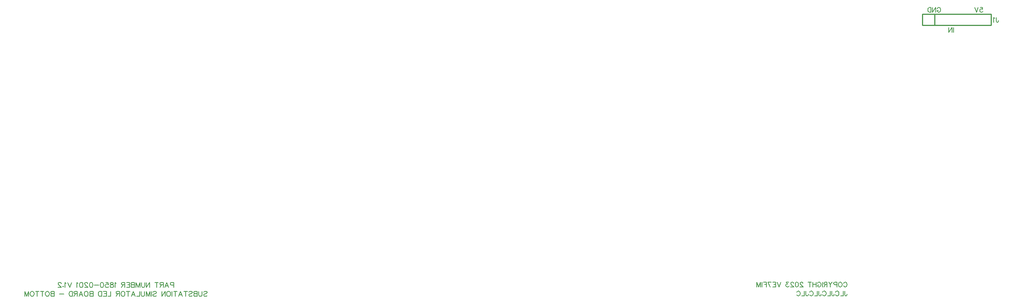
<source format=gbo>
G04 Layer: BottomSilkscreenLayer*
G04 EasyEDA v6.5.34, 2023-08-29 12:17:18*
G04 ba4a484b4813477397863864965903c7,5a6b42c53f6a479593ecc07194224c93,10*
G04 Gerber Generator version 0.2*
G04 Scale: 100 percent, Rotated: No, Reflected: No *
G04 Dimensions in millimeters *
G04 leading zeros omitted , absolute positions ,4 integer and 5 decimal *
%FSLAX45Y45*%
%MOMM*%

%ADD10C,0.2032*%
%ADD11C,0.1520*%
%ADD12C,0.1524*%
%ADD13C,0.2540*%

%LPD*%
D10*
X24574500Y463989D02*
G01*
X24574500Y349445D01*
X24574500Y463989D02*
G01*
X24525409Y463989D01*
X24509046Y458536D01*
X24503590Y453082D01*
X24498137Y442173D01*
X24498137Y425808D01*
X24503590Y414898D01*
X24509046Y409445D01*
X24525409Y403989D01*
X24574500Y403989D01*
X24418500Y463989D02*
G01*
X24462135Y349445D01*
X24418500Y463989D02*
G01*
X24374863Y349445D01*
X24445772Y387626D02*
G01*
X24391228Y387626D01*
X24338864Y463989D02*
G01*
X24338864Y349445D01*
X24338864Y463989D02*
G01*
X24289773Y463989D01*
X24273410Y458536D01*
X24267955Y453082D01*
X24262501Y442173D01*
X24262501Y431264D01*
X24267955Y420354D01*
X24273410Y414898D01*
X24289773Y409445D01*
X24338864Y409445D01*
X24300682Y409445D02*
G01*
X24262501Y349445D01*
X24188318Y463989D02*
G01*
X24188318Y349445D01*
X24226499Y463989D02*
G01*
X24150137Y463989D01*
X24030137Y463989D02*
G01*
X24030137Y349445D01*
X24030137Y463989D02*
G01*
X23953774Y349445D01*
X23953774Y463989D02*
G01*
X23953774Y349445D01*
X23917772Y463989D02*
G01*
X23917772Y382173D01*
X23912319Y365808D01*
X23901410Y354898D01*
X23885047Y349445D01*
X23874138Y349445D01*
X23857772Y354898D01*
X23846866Y365808D01*
X23841410Y382173D01*
X23841410Y463989D01*
X23805410Y463989D02*
G01*
X23805410Y349445D01*
X23805410Y463989D02*
G01*
X23761773Y349445D01*
X23718138Y463989D02*
G01*
X23761773Y349445D01*
X23718138Y463989D02*
G01*
X23718138Y349445D01*
X23682137Y463989D02*
G01*
X23682137Y349445D01*
X23682137Y463989D02*
G01*
X23633046Y463989D01*
X23616683Y458536D01*
X23611230Y453082D01*
X23605774Y442173D01*
X23605774Y431264D01*
X23611230Y420354D01*
X23616683Y414898D01*
X23633046Y409445D01*
X23682137Y409445D02*
G01*
X23633046Y409445D01*
X23616683Y403989D01*
X23611230Y398536D01*
X23605774Y387626D01*
X23605774Y371264D01*
X23611230Y360354D01*
X23616683Y354898D01*
X23633046Y349445D01*
X23682137Y349445D01*
X23569775Y463989D02*
G01*
X23569775Y349445D01*
X23569775Y463989D02*
G01*
X23498865Y463989D01*
X23569775Y409445D02*
G01*
X23526137Y409445D01*
X23569775Y349445D02*
G01*
X23498865Y349445D01*
X23462866Y463989D02*
G01*
X23462866Y349445D01*
X23462866Y463989D02*
G01*
X23413775Y463989D01*
X23397410Y458536D01*
X23391957Y453082D01*
X23386501Y442173D01*
X23386501Y431264D01*
X23391957Y420354D01*
X23397410Y414898D01*
X23413775Y409445D01*
X23462866Y409445D01*
X23424685Y409445D02*
G01*
X23386501Y349445D01*
X23266501Y442173D02*
G01*
X23255592Y447626D01*
X23239229Y463989D01*
X23239229Y349445D01*
X23175958Y463989D02*
G01*
X23192320Y458536D01*
X23197774Y447626D01*
X23197774Y436717D01*
X23192320Y425808D01*
X23181411Y420354D01*
X23159593Y414898D01*
X23143230Y409445D01*
X23132321Y398536D01*
X23126867Y387626D01*
X23126867Y371264D01*
X23132321Y360354D01*
X23137774Y354898D01*
X23154139Y349445D01*
X23175958Y349445D01*
X23192320Y354898D01*
X23197774Y360354D01*
X23203230Y371264D01*
X23203230Y387626D01*
X23197774Y398536D01*
X23186867Y409445D01*
X23170502Y414898D01*
X23148683Y420354D01*
X23137774Y425808D01*
X23132321Y436717D01*
X23132321Y447626D01*
X23137774Y458536D01*
X23154139Y463989D01*
X23175958Y463989D01*
X23025412Y463989D02*
G01*
X23079956Y463989D01*
X23085412Y414898D01*
X23079956Y420354D01*
X23063593Y425808D01*
X23047231Y425808D01*
X23030865Y420354D01*
X23019956Y409445D01*
X23014503Y393082D01*
X23014503Y382173D01*
X23019956Y365808D01*
X23030865Y354898D01*
X23047231Y349445D01*
X23063593Y349445D01*
X23079956Y354898D01*
X23085412Y360354D01*
X23090865Y371264D01*
X22945775Y463989D02*
G01*
X22962138Y458536D01*
X22973047Y442173D01*
X22978503Y414898D01*
X22978503Y398536D01*
X22973047Y371264D01*
X22962138Y354898D01*
X22945775Y349445D01*
X22934866Y349445D01*
X22918503Y354898D01*
X22907594Y371264D01*
X22902138Y398536D01*
X22902138Y414898D01*
X22907594Y442173D01*
X22918503Y458536D01*
X22934866Y463989D01*
X22945775Y463989D01*
X22866139Y398536D02*
G01*
X22767958Y398536D01*
X22699230Y463989D02*
G01*
X22715593Y458536D01*
X22726502Y442173D01*
X22731958Y414898D01*
X22731958Y398536D01*
X22726502Y371264D01*
X22715593Y354898D01*
X22699230Y349445D01*
X22688321Y349445D01*
X22671958Y354898D01*
X22661049Y371264D01*
X22655593Y398536D01*
X22655593Y414898D01*
X22661049Y442173D01*
X22671958Y458536D01*
X22688321Y463989D01*
X22699230Y463989D01*
X22614140Y436717D02*
G01*
X22614140Y442173D01*
X22608684Y453082D01*
X22603231Y458536D01*
X22592322Y463989D01*
X22570503Y463989D01*
X22559594Y458536D01*
X22554140Y453082D01*
X22548684Y442173D01*
X22548684Y431264D01*
X22554140Y420354D01*
X22565050Y403989D01*
X22619594Y349445D01*
X22543231Y349445D01*
X22474504Y463989D02*
G01*
X22490866Y458536D01*
X22501776Y442173D01*
X22507232Y414898D01*
X22507232Y398536D01*
X22501776Y371264D01*
X22490866Y354898D01*
X22474504Y349445D01*
X22463594Y349445D01*
X22447232Y354898D01*
X22436322Y371264D01*
X22430866Y398536D01*
X22430866Y414898D01*
X22436322Y442173D01*
X22447232Y458536D01*
X22463594Y463989D01*
X22474504Y463989D01*
X22394867Y442173D02*
G01*
X22383958Y447626D01*
X22367595Y463989D01*
X22367595Y349445D01*
X22247595Y463989D02*
G01*
X22203958Y349445D01*
X22160323Y463989D02*
G01*
X22203958Y349445D01*
X22124322Y442173D02*
G01*
X22113415Y447626D01*
X22097050Y463989D01*
X22097050Y349445D01*
X22055594Y376717D02*
G01*
X22061050Y371264D01*
X22055594Y365808D01*
X22050141Y371264D01*
X22055594Y376717D01*
X22008685Y436717D02*
G01*
X22008685Y442173D01*
X22003232Y453082D01*
X21997776Y458536D01*
X21986869Y463989D01*
X21965051Y463989D01*
X21954142Y458536D01*
X21948686Y453082D01*
X21943232Y442173D01*
X21943232Y431264D01*
X21948686Y420354D01*
X21959595Y403989D01*
X22014141Y349445D01*
X21937776Y349445D01*
X25260137Y244426D02*
G01*
X25271046Y255336D01*
X25287409Y260789D01*
X25309228Y260789D01*
X25325590Y255336D01*
X25336500Y244426D01*
X25336500Y233517D01*
X25331046Y222608D01*
X25325590Y217154D01*
X25314681Y211698D01*
X25281953Y200789D01*
X25271046Y195336D01*
X25265590Y189882D01*
X25260137Y178973D01*
X25260137Y162608D01*
X25271046Y151698D01*
X25287409Y146245D01*
X25309228Y146245D01*
X25325590Y151698D01*
X25336500Y162608D01*
X25224135Y260789D02*
G01*
X25224135Y178973D01*
X25218682Y162608D01*
X25207772Y151698D01*
X25191410Y146245D01*
X25180500Y146245D01*
X25164135Y151698D01*
X25153228Y162608D01*
X25147772Y178973D01*
X25147772Y260789D01*
X25111773Y260789D02*
G01*
X25111773Y146245D01*
X25111773Y260789D02*
G01*
X25062682Y260789D01*
X25046317Y255336D01*
X25040864Y249882D01*
X25035410Y238973D01*
X25035410Y228064D01*
X25040864Y217154D01*
X25046317Y211698D01*
X25062682Y206245D01*
X25111773Y206245D02*
G01*
X25062682Y206245D01*
X25046317Y200789D01*
X25040864Y195336D01*
X25035410Y184426D01*
X25035410Y168064D01*
X25040864Y157154D01*
X25046317Y151698D01*
X25062682Y146245D01*
X25111773Y146245D01*
X24923046Y244426D02*
G01*
X24933955Y255336D01*
X24950318Y260789D01*
X24972136Y260789D01*
X24988499Y255336D01*
X24999408Y244426D01*
X24999408Y233517D01*
X24993955Y222608D01*
X24988499Y217154D01*
X24977590Y211698D01*
X24944865Y200789D01*
X24933955Y195336D01*
X24928499Y189882D01*
X24923046Y178973D01*
X24923046Y162608D01*
X24933955Y151698D01*
X24950318Y146245D01*
X24972136Y146245D01*
X24988499Y151698D01*
X24999408Y162608D01*
X24848865Y260789D02*
G01*
X24848865Y146245D01*
X24887047Y260789D02*
G01*
X24810681Y260789D01*
X24731047Y260789D02*
G01*
X24774682Y146245D01*
X24731047Y260789D02*
G01*
X24687410Y146245D01*
X24758319Y184426D02*
G01*
X24703773Y184426D01*
X24613229Y260789D02*
G01*
X24613229Y146245D01*
X24651411Y260789D02*
G01*
X24575046Y260789D01*
X24539046Y260789D02*
G01*
X24539046Y146245D01*
X24470319Y260789D02*
G01*
X24481228Y255336D01*
X24492137Y244426D01*
X24497591Y233517D01*
X24503047Y217154D01*
X24503047Y189882D01*
X24497591Y173517D01*
X24492137Y162608D01*
X24481228Y151698D01*
X24470319Y146245D01*
X24448500Y146245D01*
X24437591Y151698D01*
X24426684Y162608D01*
X24421228Y173517D01*
X24415775Y189882D01*
X24415775Y217154D01*
X24421228Y233517D01*
X24426684Y244426D01*
X24437591Y255336D01*
X24448500Y260789D01*
X24470319Y260789D01*
X24379773Y260789D02*
G01*
X24379773Y146245D01*
X24379773Y260789D02*
G01*
X24303410Y146245D01*
X24303410Y260789D02*
G01*
X24303410Y146245D01*
X24107048Y244426D02*
G01*
X24117957Y255336D01*
X24134320Y260789D01*
X24156139Y260789D01*
X24172501Y255336D01*
X24183411Y244426D01*
X24183411Y233517D01*
X24177957Y222608D01*
X24172501Y217154D01*
X24161592Y211698D01*
X24128867Y200789D01*
X24117957Y195336D01*
X24112501Y189882D01*
X24107048Y178973D01*
X24107048Y162608D01*
X24117957Y151698D01*
X24134320Y146245D01*
X24156139Y146245D01*
X24172501Y151698D01*
X24183411Y162608D01*
X24071049Y260789D02*
G01*
X24071049Y146245D01*
X24035047Y260789D02*
G01*
X24035047Y146245D01*
X24035047Y260789D02*
G01*
X23991412Y146245D01*
X23947775Y260789D02*
G01*
X23991412Y146245D01*
X23947775Y260789D02*
G01*
X23947775Y146245D01*
X23911775Y260789D02*
G01*
X23911775Y178973D01*
X23906319Y162608D01*
X23895413Y151698D01*
X23879048Y146245D01*
X23868138Y146245D01*
X23851776Y151698D01*
X23840866Y162608D01*
X23835413Y178973D01*
X23835413Y260789D01*
X23799411Y260789D02*
G01*
X23799411Y146245D01*
X23799411Y146245D02*
G01*
X23733958Y146245D01*
X23654321Y260789D02*
G01*
X23697958Y146245D01*
X23654321Y260789D02*
G01*
X23610684Y146245D01*
X23681593Y184426D02*
G01*
X23627049Y184426D01*
X23536503Y260789D02*
G01*
X23536503Y146245D01*
X23574684Y260789D02*
G01*
X23498322Y260789D01*
X23429595Y260789D02*
G01*
X23440504Y255336D01*
X23451413Y244426D01*
X23456866Y233517D01*
X23462322Y217154D01*
X23462322Y189882D01*
X23456866Y173517D01*
X23451413Y162608D01*
X23440504Y151698D01*
X23429595Y146245D01*
X23407776Y146245D01*
X23396867Y151698D01*
X23385957Y162608D01*
X23380504Y173517D01*
X23375048Y189882D01*
X23375048Y217154D01*
X23380504Y233517D01*
X23385957Y244426D01*
X23396867Y255336D01*
X23407776Y260789D01*
X23429595Y260789D01*
X23339049Y260789D02*
G01*
X23339049Y146245D01*
X23339049Y260789D02*
G01*
X23289958Y260789D01*
X23273595Y255336D01*
X23268139Y249882D01*
X23262686Y238973D01*
X23262686Y228064D01*
X23268139Y217154D01*
X23273595Y211698D01*
X23289958Y206245D01*
X23339049Y206245D01*
X23300867Y206245D02*
G01*
X23262686Y146245D01*
X23142686Y260789D02*
G01*
X23142686Y146245D01*
X23142686Y146245D02*
G01*
X23077230Y146245D01*
X23041231Y260789D02*
G01*
X23041231Y146245D01*
X23041231Y260789D02*
G01*
X22970322Y260789D01*
X23041231Y206245D02*
G01*
X22997594Y206245D01*
X23041231Y146245D02*
G01*
X22970322Y146245D01*
X22934322Y260789D02*
G01*
X22934322Y146245D01*
X22934322Y260789D02*
G01*
X22896141Y260789D01*
X22879776Y255336D01*
X22868869Y244426D01*
X22863413Y233517D01*
X22857960Y217154D01*
X22857960Y189882D01*
X22863413Y173517D01*
X22868869Y162608D01*
X22879776Y151698D01*
X22896141Y146245D01*
X22934322Y146245D01*
X22737960Y260789D02*
G01*
X22737960Y146245D01*
X22737960Y260789D02*
G01*
X22688870Y260789D01*
X22672504Y255336D01*
X22667051Y249882D01*
X22661595Y238973D01*
X22661595Y228064D01*
X22667051Y217154D01*
X22672504Y211698D01*
X22688870Y206245D01*
X22737960Y206245D02*
G01*
X22688870Y206245D01*
X22672504Y200789D01*
X22667051Y195336D01*
X22661595Y184426D01*
X22661595Y168064D01*
X22667051Y157154D01*
X22672504Y151698D01*
X22688870Y146245D01*
X22737960Y146245D01*
X22592868Y260789D02*
G01*
X22603777Y255336D01*
X22614686Y244426D01*
X22620142Y233517D01*
X22625596Y217154D01*
X22625596Y189882D01*
X22620142Y173517D01*
X22614686Y162608D01*
X22603777Y151698D01*
X22592868Y146245D01*
X22571052Y146245D01*
X22560142Y151698D01*
X22549233Y162608D01*
X22543777Y173517D01*
X22538324Y189882D01*
X22538324Y217154D01*
X22543777Y233517D01*
X22549233Y244426D01*
X22560142Y255336D01*
X22571052Y260789D01*
X22592868Y260789D01*
X22458687Y260789D02*
G01*
X22502324Y146245D01*
X22458687Y260789D02*
G01*
X22415050Y146245D01*
X22485959Y184426D02*
G01*
X22431415Y184426D01*
X22379050Y260789D02*
G01*
X22379050Y146245D01*
X22379050Y260789D02*
G01*
X22329960Y260789D01*
X22313597Y255336D01*
X22308141Y249882D01*
X22302688Y238973D01*
X22302688Y228064D01*
X22308141Y217154D01*
X22313597Y211698D01*
X22329960Y206245D01*
X22379050Y206245D01*
X22340869Y206245D02*
G01*
X22302688Y146245D01*
X22266689Y260789D02*
G01*
X22266689Y146245D01*
X22266689Y260789D02*
G01*
X22228505Y260789D01*
X22212142Y255336D01*
X22201233Y244426D01*
X22195779Y233517D01*
X22190323Y217154D01*
X22190323Y189882D01*
X22195779Y173517D01*
X22201233Y162608D01*
X22212142Y151698D01*
X22228505Y146245D01*
X22266689Y146245D01*
X22070324Y195336D02*
G01*
X21972143Y195336D01*
X21852143Y260789D02*
G01*
X21852143Y146245D01*
X21852143Y260789D02*
G01*
X21803052Y260789D01*
X21786689Y255336D01*
X21781234Y249882D01*
X21775780Y238973D01*
X21775780Y228064D01*
X21781234Y217154D01*
X21786689Y211698D01*
X21803052Y206245D01*
X21852143Y206245D02*
G01*
X21803052Y206245D01*
X21786689Y200789D01*
X21781234Y195336D01*
X21775780Y184426D01*
X21775780Y168064D01*
X21781234Y157154D01*
X21786689Y151698D01*
X21803052Y146245D01*
X21852143Y146245D01*
X21707053Y260789D02*
G01*
X21717962Y255336D01*
X21728871Y244426D01*
X21734325Y233517D01*
X21739778Y217154D01*
X21739778Y189882D01*
X21734325Y173517D01*
X21728871Y162608D01*
X21717962Y151698D01*
X21707053Y146245D01*
X21685234Y146245D01*
X21674325Y151698D01*
X21663416Y162608D01*
X21657962Y173517D01*
X21652506Y189882D01*
X21652506Y217154D01*
X21657962Y233517D01*
X21663416Y244426D01*
X21674325Y255336D01*
X21685234Y260789D01*
X21707053Y260789D01*
X21578326Y260789D02*
G01*
X21578326Y146245D01*
X21616507Y260789D02*
G01*
X21540144Y260789D01*
X21465961Y260789D02*
G01*
X21465961Y146245D01*
X21504142Y260789D02*
G01*
X21427780Y260789D01*
X21359053Y260789D02*
G01*
X21369962Y255336D01*
X21380871Y244426D01*
X21386325Y233517D01*
X21391780Y217154D01*
X21391780Y189882D01*
X21386325Y173517D01*
X21380871Y162608D01*
X21369962Y151698D01*
X21359053Y146245D01*
X21337234Y146245D01*
X21326325Y151698D01*
X21315418Y162608D01*
X21309962Y173517D01*
X21304509Y189882D01*
X21304509Y217154D01*
X21309962Y233517D01*
X21315418Y244426D01*
X21326325Y255336D01*
X21337234Y260789D01*
X21359053Y260789D01*
X21268507Y260789D02*
G01*
X21268507Y146245D01*
X21268507Y260789D02*
G01*
X21224872Y146245D01*
X21181235Y260789D02*
G01*
X21224872Y146245D01*
X21181235Y260789D02*
G01*
X21181235Y146245D01*
D11*
X39876846Y267751D02*
G01*
X39876846Y184624D01*
X39882043Y169037D01*
X39887237Y163842D01*
X39897629Y158648D01*
X39908020Y158648D01*
X39918411Y163842D01*
X39923608Y169037D01*
X39928802Y184624D01*
X39928802Y195016D01*
X39842556Y267751D02*
G01*
X39842556Y158648D01*
X39842556Y158648D02*
G01*
X39780212Y158648D01*
X39667990Y241774D02*
G01*
X39673187Y252166D01*
X39683578Y262557D01*
X39693966Y267751D01*
X39714749Y267751D01*
X39725140Y262557D01*
X39735531Y252166D01*
X39740728Y241774D01*
X39745922Y226187D01*
X39745922Y200210D01*
X39740728Y184624D01*
X39735531Y174233D01*
X39725140Y163842D01*
X39714749Y158648D01*
X39693966Y158648D01*
X39683578Y163842D01*
X39673187Y174233D01*
X39667990Y184624D01*
X39581747Y267751D02*
G01*
X39581747Y184624D01*
X39586941Y169037D01*
X39592138Y163842D01*
X39602526Y158648D01*
X39612917Y158648D01*
X39623309Y163842D01*
X39628505Y169037D01*
X39633700Y184624D01*
X39633700Y195016D01*
X39547457Y267751D02*
G01*
X39547457Y158648D01*
X39547457Y158648D02*
G01*
X39485110Y158648D01*
X39372887Y241774D02*
G01*
X39378084Y252166D01*
X39388475Y262557D01*
X39398867Y267751D01*
X39419646Y267751D01*
X39430037Y262557D01*
X39440429Y252166D01*
X39445625Y241774D01*
X39450820Y226187D01*
X39450820Y200210D01*
X39445625Y184624D01*
X39440429Y174233D01*
X39430037Y163842D01*
X39419646Y158648D01*
X39398867Y158648D01*
X39388475Y163842D01*
X39378084Y174233D01*
X39372887Y184624D01*
X39286644Y267751D02*
G01*
X39286644Y184624D01*
X39291839Y169037D01*
X39297035Y163842D01*
X39307427Y158648D01*
X39317818Y158648D01*
X39328206Y163842D01*
X39333403Y169037D01*
X39338597Y184624D01*
X39338597Y195016D01*
X39252354Y267751D02*
G01*
X39252354Y158648D01*
X39252354Y158648D02*
G01*
X39190007Y158648D01*
X39077788Y241774D02*
G01*
X39082982Y252166D01*
X39093373Y262557D01*
X39103764Y267751D01*
X39124547Y267751D01*
X39134938Y262557D01*
X39145326Y252166D01*
X39150523Y241774D01*
X39155717Y226187D01*
X39155717Y200210D01*
X39150523Y184624D01*
X39145326Y174233D01*
X39134938Y163842D01*
X39124547Y158648D01*
X39103764Y158648D01*
X39093373Y163842D01*
X39082982Y174233D01*
X39077788Y184624D01*
X38991542Y267751D02*
G01*
X38991542Y184624D01*
X38996736Y169037D01*
X39001933Y163842D01*
X39012324Y158648D01*
X39022715Y158648D01*
X39033107Y163842D01*
X39038301Y169037D01*
X39043498Y184624D01*
X39043498Y195016D01*
X38957252Y267751D02*
G01*
X38957252Y158648D01*
X38957252Y158648D02*
G01*
X38894908Y158648D01*
X38782685Y241774D02*
G01*
X38787880Y252166D01*
X38798271Y262557D01*
X38808662Y267751D01*
X38829444Y267751D01*
X38839835Y262557D01*
X38850227Y252166D01*
X38855421Y241774D01*
X38860618Y226187D01*
X38860618Y200210D01*
X38855421Y184624D01*
X38850227Y174233D01*
X38839835Y163842D01*
X38829444Y158648D01*
X38808662Y158648D01*
X38798271Y163842D01*
X38787880Y174233D01*
X38782685Y184624D01*
D12*
X39850867Y444962D02*
G01*
X39856064Y455353D01*
X39866455Y465744D01*
X39876844Y470938D01*
X39897626Y470938D01*
X39908017Y465744D01*
X39918408Y455353D01*
X39923605Y444962D01*
X39928800Y429374D01*
X39928800Y403397D01*
X39923605Y387812D01*
X39918408Y377421D01*
X39908017Y367029D01*
X39897626Y361835D01*
X39876844Y361835D01*
X39866455Y367029D01*
X39856064Y377421D01*
X39850867Y387812D01*
X39785404Y470938D02*
G01*
X39795795Y465744D01*
X39806186Y455353D01*
X39811383Y444962D01*
X39816577Y429374D01*
X39816577Y403397D01*
X39811383Y387812D01*
X39806186Y377421D01*
X39795795Y367029D01*
X39785404Y361835D01*
X39764624Y361835D01*
X39754233Y367029D01*
X39743842Y377421D01*
X39738645Y387812D01*
X39733451Y403397D01*
X39733451Y429374D01*
X39738645Y444962D01*
X39743842Y455353D01*
X39754233Y465744D01*
X39764624Y470938D01*
X39785404Y470938D01*
X39699161Y470938D02*
G01*
X39699161Y361835D01*
X39699161Y470938D02*
G01*
X39652402Y470938D01*
X39636814Y465744D01*
X39631620Y460547D01*
X39626425Y450156D01*
X39626425Y434571D01*
X39631620Y424179D01*
X39636814Y418985D01*
X39652402Y413788D01*
X39699161Y413788D01*
X39592135Y470938D02*
G01*
X39550571Y418985D01*
X39550571Y361835D01*
X39509006Y470938D02*
G01*
X39550571Y418985D01*
X39474716Y470938D02*
G01*
X39474716Y361835D01*
X39474716Y470938D02*
G01*
X39427957Y470938D01*
X39412372Y465744D01*
X39407175Y460547D01*
X39401981Y450156D01*
X39401981Y439765D01*
X39407175Y429374D01*
X39412372Y424179D01*
X39427957Y418985D01*
X39474716Y418985D01*
X39438348Y418985D02*
G01*
X39401981Y361835D01*
X39367691Y470938D02*
G01*
X39367691Y361835D01*
X39255468Y444962D02*
G01*
X39260665Y455353D01*
X39271054Y465744D01*
X39281445Y470938D01*
X39302227Y470938D01*
X39312618Y465744D01*
X39323009Y455353D01*
X39328204Y444962D01*
X39333401Y429374D01*
X39333401Y403397D01*
X39328204Y387812D01*
X39323009Y377421D01*
X39312618Y367029D01*
X39302227Y361835D01*
X39281445Y361835D01*
X39271054Y367029D01*
X39260665Y377421D01*
X39255468Y387812D01*
X39255468Y403397D01*
X39281445Y403397D02*
G01*
X39255468Y403397D01*
X39221178Y470938D02*
G01*
X39221178Y361835D01*
X39148443Y470938D02*
G01*
X39148443Y361835D01*
X39221178Y418985D02*
G01*
X39148443Y418985D01*
X39077785Y470938D02*
G01*
X39077785Y361835D01*
X39114153Y470938D02*
G01*
X39041415Y470938D01*
X38921921Y444962D02*
G01*
X38921921Y450156D01*
X38916724Y460547D01*
X38911529Y465744D01*
X38901138Y470938D01*
X38880356Y470938D01*
X38869965Y465744D01*
X38864771Y460547D01*
X38859574Y450156D01*
X38859574Y439765D01*
X38864771Y429374D01*
X38875162Y413788D01*
X38927115Y361835D01*
X38854379Y361835D01*
X38788916Y470938D02*
G01*
X38804504Y465744D01*
X38814895Y450156D01*
X38820090Y424179D01*
X38820090Y408594D01*
X38814895Y382615D01*
X38804504Y367029D01*
X38788916Y361835D01*
X38778525Y361835D01*
X38762940Y367029D01*
X38752548Y382615D01*
X38747354Y408594D01*
X38747354Y424179D01*
X38752548Y450156D01*
X38762940Y465744D01*
X38778525Y470938D01*
X38788916Y470938D01*
X38707867Y444962D02*
G01*
X38707867Y450156D01*
X38702673Y460547D01*
X38697476Y465744D01*
X38687085Y470938D01*
X38666305Y470938D01*
X38655914Y465744D01*
X38650717Y460547D01*
X38645523Y450156D01*
X38645523Y439765D01*
X38650717Y429374D01*
X38661108Y413788D01*
X38713064Y361835D01*
X38640326Y361835D01*
X38595645Y470938D02*
G01*
X38538495Y470938D01*
X38569668Y429374D01*
X38554083Y429374D01*
X38543692Y424179D01*
X38538495Y418985D01*
X38533301Y403397D01*
X38533301Y393006D01*
X38538495Y377421D01*
X38548886Y367029D01*
X38564474Y361835D01*
X38580059Y361835D01*
X38595645Y367029D01*
X38600842Y372224D01*
X38606036Y382615D01*
X38419001Y470938D02*
G01*
X38377436Y361835D01*
X38335874Y470938D02*
G01*
X38377436Y361835D01*
X38301584Y470938D02*
G01*
X38301584Y361835D01*
X38301584Y470938D02*
G01*
X38234043Y470938D01*
X38301584Y418985D02*
G01*
X38260020Y418985D01*
X38301584Y361835D02*
G01*
X38234043Y361835D01*
X38127015Y470938D02*
G01*
X38178971Y361835D01*
X38199753Y470938D02*
G01*
X38127015Y470938D01*
X38092725Y470938D02*
G01*
X38092725Y361835D01*
X38092725Y470938D02*
G01*
X38025184Y470938D01*
X38092725Y418985D02*
G01*
X38051163Y418985D01*
X37990894Y470938D02*
G01*
X37990894Y361835D01*
X37956604Y470938D02*
G01*
X37956604Y361835D01*
X37956604Y470938D02*
G01*
X37915042Y361835D01*
X37873477Y470938D02*
G01*
X37915042Y361835D01*
X37873477Y470938D02*
G01*
X37873477Y361835D01*
X41984467Y6718762D02*
G01*
X41989664Y6729153D01*
X42000055Y6739544D01*
X42010444Y6744738D01*
X42031226Y6744738D01*
X42041617Y6739544D01*
X42052008Y6729153D01*
X42057205Y6718762D01*
X42062400Y6703174D01*
X42062400Y6677197D01*
X42057205Y6661612D01*
X42052008Y6651221D01*
X42041617Y6640829D01*
X42031226Y6635635D01*
X42010444Y6635635D01*
X42000055Y6640829D01*
X41989664Y6651221D01*
X41984467Y6661612D01*
X41984467Y6677197D01*
X42010444Y6677197D02*
G01*
X41984467Y6677197D01*
X41950177Y6744738D02*
G01*
X41950177Y6635635D01*
X41950177Y6744738D02*
G01*
X41877442Y6635635D01*
X41877442Y6744738D02*
G01*
X41877442Y6635635D01*
X41843152Y6744738D02*
G01*
X41843152Y6635635D01*
X41843152Y6744738D02*
G01*
X41806784Y6744738D01*
X41791196Y6739544D01*
X41780805Y6729153D01*
X41775611Y6718762D01*
X41770414Y6703174D01*
X41770414Y6677197D01*
X41775611Y6661612D01*
X41780805Y6651221D01*
X41791196Y6640829D01*
X41806784Y6635635D01*
X41843152Y6635635D01*
X42354500Y6287538D02*
G01*
X42354500Y6178435D01*
X42320209Y6287538D02*
G01*
X42320209Y6178435D01*
X42320209Y6287538D02*
G01*
X42247474Y6178435D01*
X42247474Y6287538D02*
G01*
X42247474Y6178435D01*
X42965255Y6744738D02*
G01*
X43017208Y6744738D01*
X43022405Y6697979D01*
X43017208Y6703174D01*
X43001623Y6708371D01*
X42986035Y6708371D01*
X42970450Y6703174D01*
X42960058Y6692785D01*
X42954864Y6677197D01*
X42954864Y6666806D01*
X42960058Y6651221D01*
X42970450Y6640829D01*
X42986035Y6635635D01*
X43001623Y6635635D01*
X43017208Y6640829D01*
X43022405Y6646024D01*
X43027600Y6656415D01*
X42920574Y6744738D02*
G01*
X42879009Y6635635D01*
X42837445Y6744738D02*
G01*
X42879009Y6635635D01*
X43331259Y6516126D02*
G01*
X43331259Y6432999D01*
X43336456Y6417411D01*
X43341650Y6412217D01*
X43352041Y6407022D01*
X43362432Y6407022D01*
X43372824Y6412217D01*
X43378020Y6417411D01*
X43383215Y6432999D01*
X43383215Y6443390D01*
X43296969Y6495343D02*
G01*
X43286580Y6500540D01*
X43270992Y6516126D01*
X43270992Y6407022D01*
D13*
X43213715Y6337287D02*
G01*
X43213715Y6591287D01*
X41647714Y6337287D02*
G01*
X43213715Y6337287D01*
X41647714Y6591287D02*
G01*
X43213715Y6591287D01*
X41925067Y6337287D02*
G01*
X41925067Y6591287D01*
X41647714Y6337287D02*
G01*
X41647714Y6591287D01*
M02*

</source>
